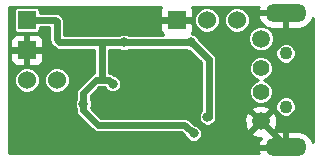
<source format=gbl>
G04 #@! TF.FileFunction,Copper,L2,Bot,Signal*
%FSLAX46Y46*%
G04 Gerber Fmt 4.6, Leading zero omitted, Abs format (unit mm)*
G04 Created by KiCad (PCBNEW 4.0.2+dfsg1-stable) date Thu 01 Sep 2016 08:28:52 AM JST*
%MOMM*%
G01*
G04 APERTURE LIST*
%ADD10C,0.150000*%
%ADD11R,1.524000X1.524000*%
%ADD12C,1.524000*%
%ADD13O,3.500120X1.501140*%
%ADD14C,1.399540*%
%ADD15C,1.518920*%
%ADD16C,1.099820*%
%ADD17C,0.800100*%
%ADD18C,0.599440*%
%ADD19C,0.248920*%
G04 APERTURE END LIST*
D10*
D11*
X-7112000Y5080000D03*
D12*
X-4572000Y5080000D03*
X-2032000Y5080000D03*
X-19812000Y0D03*
X-17272000Y0D03*
D11*
X-19812000Y5080000D03*
X-19812000Y2540000D03*
D13*
X2100580Y5699760D03*
X2100580Y-5699760D03*
D14*
X0Y-1000760D03*
X0Y1000760D03*
D15*
X0Y-3500120D03*
X0Y3500120D03*
D16*
X2100580Y-2250440D03*
X2100580Y2250440D03*
D17*
X-18046700Y-5727700D03*
X-7772400Y1397000D03*
X-7772400Y-635000D03*
X-9804400Y-635000D03*
X-9804400Y1397000D03*
X-6832600Y-4914900D03*
X-5918200Y3200400D03*
X-4521200Y-3149600D03*
X-15036800Y-2032000D03*
X-5689600Y-4521200D03*
X-11582400Y3200400D03*
X-12542520Y-325120D03*
D18*
X2100580Y-5699760D02*
X2100580Y-5600700D01*
X2100580Y-5600700D02*
X0Y-3500120D01*
X-15869920Y5080000D02*
X-16212820Y5422900D01*
X-7112000Y5080000D02*
X-15869920Y5080000D01*
X-990600Y-5727700D02*
X-18046700Y-5727700D01*
X-6832600Y-4914900D02*
X-6324600Y-5422900D01*
X-6324600Y-5422900D02*
X-3924300Y-5422900D01*
X-17399000Y5080000D02*
X-17297400Y4978400D01*
X-17297400Y4978400D02*
X-17297400Y3429000D01*
X-17297400Y3429000D02*
X-17068800Y3200400D01*
X-13512800Y3200400D02*
X-5918200Y3200400D01*
X-13335000Y3200400D02*
X-13512800Y3200400D01*
X-17068800Y3200400D02*
X-13335000Y3200400D01*
X-19812000Y5080000D02*
X-17399000Y5080000D01*
X-4521200Y-3149600D02*
X-4419600Y-3098800D01*
X-4419600Y-3098800D02*
X-4419600Y1778000D01*
X-4419600Y1778000D02*
X-5918200Y3200400D01*
X-6502400Y-3810000D02*
X-13792200Y-3810000D01*
X-13792200Y-3810000D02*
X-15036800Y-2565400D01*
X-15036800Y-2565400D02*
X-15036800Y-2032000D01*
X-5689600Y-4521200D02*
X-6502400Y-3810000D01*
X-15036800Y-1092200D02*
X-13944600Y0D01*
X-13944600Y0D02*
X-13472160Y0D01*
X-15036800Y-2032000D02*
X-15036800Y-1092200D01*
X-13487400Y2971800D02*
X-13487400Y3200400D01*
X-13487400Y127000D02*
X-13487400Y2971800D01*
X-13487400Y127000D02*
X-13472160Y0D01*
X-11582400Y3200400D02*
X-13487400Y3200400D01*
X-12867640Y0D02*
X-13472160Y0D01*
X-12542520Y-325120D02*
X-12867640Y0D01*
D19*
G36*
X-8506460Y5967804D02*
X-8506460Y5367655D01*
X-8348345Y5209540D01*
X-7241540Y5209540D01*
X-7241540Y5229540D01*
X-6982460Y5229540D01*
X-6982460Y5209540D01*
X-5875655Y5209540D01*
X-5717540Y5367655D01*
X-5717540Y5967804D01*
X-5812198Y6196330D01*
X-179203Y6196330D01*
X-226235Y6109343D01*
X-238643Y6043108D01*
X-116956Y5829300D01*
X1971040Y5829300D01*
X1971040Y5849300D01*
X2230120Y5849300D01*
X2230120Y5829300D01*
X2250120Y5829300D01*
X2250120Y5570220D01*
X2230120Y5570220D01*
X2230120Y4316730D01*
X3229610Y4316730D01*
X3749012Y4471580D01*
X4169618Y4813409D01*
X4425950Y5287504D01*
X4425950Y-5287504D01*
X4169618Y-4813409D01*
X3749012Y-4471580D01*
X3229610Y-4316730D01*
X2230120Y-4316730D01*
X2230120Y-5570220D01*
X2250120Y-5570220D01*
X2250120Y-5829300D01*
X2230120Y-5829300D01*
X2230120Y-5849300D01*
X1971040Y-5849300D01*
X1971040Y-5829300D01*
X-116956Y-5829300D01*
X-238643Y-6043108D01*
X-226235Y-6109343D01*
X-175083Y-6203950D01*
X-21309330Y-6203950D01*
X-21309330Y-215293D01*
X-20899308Y-215293D01*
X-20734153Y-615000D01*
X-20428608Y-921078D01*
X-20029190Y-1086931D01*
X-19596707Y-1087308D01*
X-19197000Y-922153D01*
X-18890922Y-616608D01*
X-18725069Y-217190D01*
X-18725068Y-215293D01*
X-18359308Y-215293D01*
X-18194153Y-615000D01*
X-17888608Y-921078D01*
X-17489190Y-1086931D01*
X-17056707Y-1087308D01*
X-16657000Y-922153D01*
X-16350922Y-616608D01*
X-16185069Y-217190D01*
X-16184692Y215293D01*
X-16349847Y615000D01*
X-16655392Y921078D01*
X-17054810Y1086931D01*
X-17487293Y1087308D01*
X-17887000Y922153D01*
X-18193078Y616608D01*
X-18358931Y217190D01*
X-18359308Y-215293D01*
X-18725068Y-215293D01*
X-18724692Y215293D01*
X-18889847Y615000D01*
X-19195392Y921078D01*
X-19594810Y1086931D01*
X-20027293Y1087308D01*
X-20427000Y922153D01*
X-20733078Y616608D01*
X-20898931Y217190D01*
X-20899308Y-215293D01*
X-21309330Y-215293D01*
X-21309330Y2252345D01*
X-21206460Y2252345D01*
X-21206460Y1652196D01*
X-21110174Y1419740D01*
X-20932260Y1241826D01*
X-20699804Y1145540D01*
X-20099655Y1145540D01*
X-19941540Y1303655D01*
X-19941540Y2410460D01*
X-19682460Y2410460D01*
X-19682460Y1303655D01*
X-19524345Y1145540D01*
X-18924196Y1145540D01*
X-18691740Y1241826D01*
X-18513826Y1419740D01*
X-18417540Y1652196D01*
X-18417540Y2252345D01*
X-18575655Y2410460D01*
X-19682460Y2410460D01*
X-19941540Y2410460D01*
X-21048345Y2410460D01*
X-21206460Y2252345D01*
X-21309330Y2252345D01*
X-21309330Y3427804D01*
X-21206460Y3427804D01*
X-21206460Y2827655D01*
X-21048345Y2669540D01*
X-19941540Y2669540D01*
X-19941540Y3776345D01*
X-19682460Y3776345D01*
X-19682460Y2669540D01*
X-18575655Y2669540D01*
X-18417540Y2827655D01*
X-18417540Y3427804D01*
X-18513826Y3660260D01*
X-18691740Y3838174D01*
X-18924196Y3934460D01*
X-19524345Y3934460D01*
X-19682460Y3776345D01*
X-19941540Y3776345D01*
X-20099655Y3934460D01*
X-20699804Y3934460D01*
X-20932260Y3838174D01*
X-21110174Y3660260D01*
X-21206460Y3427804D01*
X-21309330Y3427804D01*
X-21309330Y5842000D01*
X-20905489Y5842000D01*
X-20905489Y4318000D01*
X-20882819Y4197518D01*
X-20811614Y4086862D01*
X-20702968Y4012628D01*
X-20574000Y3986511D01*
X-19050000Y3986511D01*
X-18929518Y4009181D01*
X-18818862Y4080386D01*
X-18744628Y4189032D01*
X-18718511Y4318000D01*
X-18718511Y4455160D01*
X-17922240Y4455160D01*
X-17922240Y3429005D01*
X-17922241Y3429000D01*
X-17874677Y3189884D01*
X-17739229Y2987171D01*
X-17510631Y2758574D01*
X-17510629Y2758571D01*
X-17377384Y2669540D01*
X-17307916Y2623123D01*
X-17068800Y2575560D01*
X-14112240Y2575560D01*
X-14112240Y591495D01*
X-14183716Y577277D01*
X-14386429Y441829D01*
X-15478629Y-650371D01*
X-15614077Y-853084D01*
X-15661641Y-1092200D01*
X-15661640Y-1092205D01*
X-15661640Y-1645804D01*
X-15761844Y-1887122D01*
X-15762096Y-2175612D01*
X-15661640Y-2418734D01*
X-15661640Y-2565395D01*
X-15661641Y-2565400D01*
X-15614077Y-2804516D01*
X-15478629Y-3007229D01*
X-14234031Y-4251826D01*
X-14234029Y-4251829D01*
X-14136897Y-4316730D01*
X-14031316Y-4387277D01*
X-13792200Y-4434840D01*
X-6737174Y-4434840D01*
X-6381229Y-4746292D01*
X-6304728Y-4931439D01*
X-6100912Y-5135611D01*
X-5834478Y-5246244D01*
X-5545988Y-5246496D01*
X-5279361Y-5136328D01*
X-5075189Y-4932512D01*
X-4964556Y-4666078D01*
X-4964393Y-4478715D01*
X-795398Y-4478715D01*
X-725896Y-4719618D01*
X-203959Y-4904577D01*
X-12344Y-4894578D01*
X-226235Y-5290177D01*
X-238643Y-5356412D01*
X-116956Y-5570220D01*
X1971040Y-5570220D01*
X1971040Y-4316730D01*
X999810Y-4316730D01*
X978597Y-4295517D01*
X1219498Y-4226016D01*
X1404457Y-3704079D01*
X1375601Y-3151091D01*
X1219498Y-2774224D01*
X978595Y-2704722D01*
X183197Y-3500120D01*
X197340Y-3514263D01*
X14143Y-3697460D01*
X0Y-3683317D01*
X-795398Y-4478715D01*
X-4964393Y-4478715D01*
X-4964304Y-4377588D01*
X-5074472Y-4110961D01*
X-5278288Y-3906789D01*
X-5544722Y-3796156D01*
X-5569369Y-3796134D01*
X-6090940Y-3339760D01*
X-6178888Y-3289114D01*
X-6263284Y-3232723D01*
X-6283953Y-3228612D01*
X-6302214Y-3218096D01*
X-6402859Y-3204960D01*
X-6502400Y-3185160D01*
X-13533383Y-3185160D01*
X-14379212Y-2339330D01*
X-14311756Y-2176878D01*
X-14311504Y-1888388D01*
X-14411960Y-1645266D01*
X-14411960Y-1351018D01*
X-13685782Y-624840D01*
X-13203314Y-624840D01*
X-13157648Y-735359D01*
X-12953832Y-939531D01*
X-12687398Y-1050164D01*
X-12398908Y-1050416D01*
X-12132281Y-940248D01*
X-11928109Y-736432D01*
X-11817476Y-469998D01*
X-11817224Y-181508D01*
X-11927392Y85119D01*
X-12131208Y289291D01*
X-12374152Y390170D01*
X-12425811Y441829D01*
X-12628524Y577277D01*
X-12862560Y623831D01*
X-12862560Y2575560D01*
X-11968596Y2575560D01*
X-11727278Y2475356D01*
X-11438788Y2475104D01*
X-11195666Y2575560D01*
X-6304396Y2575560D01*
X-6063078Y2475356D01*
X-6061948Y2475355D01*
X-5044440Y1509584D01*
X-5044440Y-2647276D01*
X-5135611Y-2738288D01*
X-5246244Y-3004722D01*
X-5246496Y-3293212D01*
X-5136328Y-3559839D01*
X-4932512Y-3764011D01*
X-4666078Y-3874644D01*
X-4377588Y-3874896D01*
X-4110961Y-3764728D01*
X-3906789Y-3560912D01*
X-3796855Y-3296161D01*
X-1404457Y-3296161D01*
X-1375601Y-3849149D01*
X-1219498Y-4226016D01*
X-978595Y-4295518D01*
X-183197Y-3500120D01*
X-978595Y-2704722D01*
X-1219498Y-2774224D01*
X-1404457Y-3296161D01*
X-3796855Y-3296161D01*
X-3796156Y-3294478D01*
X-3795990Y-3104986D01*
X-3794760Y-3098800D01*
X-3794760Y-2521525D01*
X-795398Y-2521525D01*
X0Y-3316923D01*
X795398Y-2521525D01*
X767184Y-2423731D01*
X1225398Y-2423731D01*
X1358333Y-2745457D01*
X1604268Y-2991822D01*
X1925762Y-3125318D01*
X2273871Y-3125622D01*
X2595597Y-2992687D01*
X2841962Y-2746752D01*
X2975458Y-2425258D01*
X2975762Y-2077149D01*
X2842827Y-1755423D01*
X2596892Y-1509058D01*
X2275398Y-1375562D01*
X1927289Y-1375258D01*
X1605563Y-1508193D01*
X1359198Y-1754128D01*
X1225702Y-2075622D01*
X1225398Y-2423731D01*
X767184Y-2423731D01*
X725896Y-2280622D01*
X203959Y-2095663D01*
X-349029Y-2124519D01*
X-725896Y-2280622D01*
X-795398Y-2521525D01*
X-3794760Y-2521525D01*
X-3794760Y797791D01*
X-1025068Y797791D01*
X-869366Y420965D01*
X-581312Y132407D01*
X-262120Y-133D01*
X-579795Y-131394D01*
X-868353Y-419448D01*
X-1024712Y-796002D01*
X-1025068Y-1203729D01*
X-869366Y-1580555D01*
X-581312Y-1869113D01*
X-204758Y-2025472D01*
X202969Y-2025828D01*
X579795Y-1870126D01*
X868353Y-1582072D01*
X1024712Y-1205518D01*
X1025068Y-797791D01*
X869366Y-420965D01*
X581312Y-132407D01*
X262120Y133D01*
X579795Y131394D01*
X868353Y419448D01*
X1024712Y796002D01*
X1025068Y1203729D01*
X869366Y1580555D01*
X581312Y1869113D01*
X204758Y2025472D01*
X-202969Y2025828D01*
X-579795Y1870126D01*
X-868353Y1582072D01*
X-1024712Y1205518D01*
X-1025068Y797791D01*
X-3794760Y797791D01*
X-3794760Y1778000D01*
X-3796376Y1786126D01*
X-3794972Y1794294D01*
X-3820102Y1905404D01*
X-3842323Y2017116D01*
X-3846927Y2024006D01*
X-3848755Y2032089D01*
X-3880593Y2077149D01*
X1225398Y2077149D01*
X1358333Y1755423D01*
X1604268Y1509058D01*
X1925762Y1375562D01*
X2273871Y1375258D01*
X2595597Y1508193D01*
X2841962Y1754128D01*
X2975458Y2075622D01*
X2975762Y2423731D01*
X2842827Y2745457D01*
X2596892Y2991822D01*
X2275398Y3125318D01*
X1927289Y3125622D01*
X1605563Y2992687D01*
X1359198Y2746752D01*
X1225702Y2425258D01*
X1225398Y2077149D01*
X-3880593Y2077149D01*
X-3914485Y2125114D01*
X-3977771Y2219829D01*
X-3984662Y2224433D01*
X-3989443Y2231200D01*
X-5100045Y3285330D01*
X-1084768Y3285330D01*
X-919998Y2886557D01*
X-615167Y2581194D01*
X-216683Y2415729D01*
X214790Y2415352D01*
X613563Y2580122D01*
X918926Y2884953D01*
X1084391Y3283437D01*
X1084768Y3714910D01*
X919998Y4113683D01*
X615167Y4419046D01*
X581582Y4432992D01*
X971550Y4316730D01*
X1971040Y4316730D01*
X1971040Y5570220D01*
X-116956Y5570220D01*
X-238643Y5356412D01*
X-226235Y5290177D01*
X31542Y4813409D01*
X414013Y4502572D01*
X216683Y4584511D01*
X-214790Y4584888D01*
X-613563Y4420118D01*
X-918926Y4115287D01*
X-1084391Y3716803D01*
X-1084768Y3285330D01*
X-5100045Y3285330D01*
X-5212928Y3392473D01*
X-5303072Y3610639D01*
X-5506888Y3814811D01*
X-5773322Y3925444D01*
X-5848057Y3925509D01*
X-5813826Y3959740D01*
X-5717540Y4192196D01*
X-5717540Y4792345D01*
X-5789902Y4864707D01*
X-5659308Y4864707D01*
X-5494153Y4465000D01*
X-5188608Y4158922D01*
X-4789190Y3993069D01*
X-4356707Y3992692D01*
X-3957000Y4157847D01*
X-3650922Y4463392D01*
X-3485069Y4862810D01*
X-3485068Y4864707D01*
X-3119308Y4864707D01*
X-2954153Y4465000D01*
X-2648608Y4158922D01*
X-2249190Y3993069D01*
X-1816707Y3992692D01*
X-1417000Y4157847D01*
X-1110922Y4463392D01*
X-945069Y4862810D01*
X-944692Y5295293D01*
X-1109847Y5695000D01*
X-1415392Y6001078D01*
X-1814810Y6166931D01*
X-2247293Y6167308D01*
X-2647000Y6002153D01*
X-2953078Y5696608D01*
X-3118931Y5297190D01*
X-3119308Y4864707D01*
X-3485068Y4864707D01*
X-3484692Y5295293D01*
X-3649847Y5695000D01*
X-3955392Y6001078D01*
X-4354810Y6166931D01*
X-4787293Y6167308D01*
X-5187000Y6002153D01*
X-5493078Y5696608D01*
X-5658931Y5297190D01*
X-5659308Y4864707D01*
X-5789902Y4864707D01*
X-5875655Y4950460D01*
X-6982460Y4950460D01*
X-6982460Y4930460D01*
X-7241540Y4930460D01*
X-7241540Y4950460D01*
X-8348345Y4950460D01*
X-8506460Y4792345D01*
X-8506460Y4192196D01*
X-8410174Y3959740D01*
X-8275674Y3825240D01*
X-11196204Y3825240D01*
X-11437522Y3925444D01*
X-11726012Y3925696D01*
X-11969134Y3825240D01*
X-16672560Y3825240D01*
X-16672560Y4978400D01*
X-16720123Y5217516D01*
X-16855571Y5420229D01*
X-16957171Y5521829D01*
X-17159884Y5657277D01*
X-17399000Y5704841D01*
X-17399005Y5704840D01*
X-18718511Y5704840D01*
X-18718511Y5842000D01*
X-18741181Y5962482D01*
X-18812386Y6073138D01*
X-18921032Y6147372D01*
X-19050000Y6173489D01*
X-20574000Y6173489D01*
X-20694482Y6150819D01*
X-20805138Y6079614D01*
X-20879372Y5970968D01*
X-20905489Y5842000D01*
X-21309330Y5842000D01*
X-21309330Y6196330D01*
X-8411802Y6196330D01*
X-8506460Y5967804D01*
X-8506460Y5967804D01*
G37*
X-8506460Y5967804D02*
X-8506460Y5367655D01*
X-8348345Y5209540D01*
X-7241540Y5209540D01*
X-7241540Y5229540D01*
X-6982460Y5229540D01*
X-6982460Y5209540D01*
X-5875655Y5209540D01*
X-5717540Y5367655D01*
X-5717540Y5967804D01*
X-5812198Y6196330D01*
X-179203Y6196330D01*
X-226235Y6109343D01*
X-238643Y6043108D01*
X-116956Y5829300D01*
X1971040Y5829300D01*
X1971040Y5849300D01*
X2230120Y5849300D01*
X2230120Y5829300D01*
X2250120Y5829300D01*
X2250120Y5570220D01*
X2230120Y5570220D01*
X2230120Y4316730D01*
X3229610Y4316730D01*
X3749012Y4471580D01*
X4169618Y4813409D01*
X4425950Y5287504D01*
X4425950Y-5287504D01*
X4169618Y-4813409D01*
X3749012Y-4471580D01*
X3229610Y-4316730D01*
X2230120Y-4316730D01*
X2230120Y-5570220D01*
X2250120Y-5570220D01*
X2250120Y-5829300D01*
X2230120Y-5829300D01*
X2230120Y-5849300D01*
X1971040Y-5849300D01*
X1971040Y-5829300D01*
X-116956Y-5829300D01*
X-238643Y-6043108D01*
X-226235Y-6109343D01*
X-175083Y-6203950D01*
X-21309330Y-6203950D01*
X-21309330Y-215293D01*
X-20899308Y-215293D01*
X-20734153Y-615000D01*
X-20428608Y-921078D01*
X-20029190Y-1086931D01*
X-19596707Y-1087308D01*
X-19197000Y-922153D01*
X-18890922Y-616608D01*
X-18725069Y-217190D01*
X-18725068Y-215293D01*
X-18359308Y-215293D01*
X-18194153Y-615000D01*
X-17888608Y-921078D01*
X-17489190Y-1086931D01*
X-17056707Y-1087308D01*
X-16657000Y-922153D01*
X-16350922Y-616608D01*
X-16185069Y-217190D01*
X-16184692Y215293D01*
X-16349847Y615000D01*
X-16655392Y921078D01*
X-17054810Y1086931D01*
X-17487293Y1087308D01*
X-17887000Y922153D01*
X-18193078Y616608D01*
X-18358931Y217190D01*
X-18359308Y-215293D01*
X-18725068Y-215293D01*
X-18724692Y215293D01*
X-18889847Y615000D01*
X-19195392Y921078D01*
X-19594810Y1086931D01*
X-20027293Y1087308D01*
X-20427000Y922153D01*
X-20733078Y616608D01*
X-20898931Y217190D01*
X-20899308Y-215293D01*
X-21309330Y-215293D01*
X-21309330Y2252345D01*
X-21206460Y2252345D01*
X-21206460Y1652196D01*
X-21110174Y1419740D01*
X-20932260Y1241826D01*
X-20699804Y1145540D01*
X-20099655Y1145540D01*
X-19941540Y1303655D01*
X-19941540Y2410460D01*
X-19682460Y2410460D01*
X-19682460Y1303655D01*
X-19524345Y1145540D01*
X-18924196Y1145540D01*
X-18691740Y1241826D01*
X-18513826Y1419740D01*
X-18417540Y1652196D01*
X-18417540Y2252345D01*
X-18575655Y2410460D01*
X-19682460Y2410460D01*
X-19941540Y2410460D01*
X-21048345Y2410460D01*
X-21206460Y2252345D01*
X-21309330Y2252345D01*
X-21309330Y3427804D01*
X-21206460Y3427804D01*
X-21206460Y2827655D01*
X-21048345Y2669540D01*
X-19941540Y2669540D01*
X-19941540Y3776345D01*
X-19682460Y3776345D01*
X-19682460Y2669540D01*
X-18575655Y2669540D01*
X-18417540Y2827655D01*
X-18417540Y3427804D01*
X-18513826Y3660260D01*
X-18691740Y3838174D01*
X-18924196Y3934460D01*
X-19524345Y3934460D01*
X-19682460Y3776345D01*
X-19941540Y3776345D01*
X-20099655Y3934460D01*
X-20699804Y3934460D01*
X-20932260Y3838174D01*
X-21110174Y3660260D01*
X-21206460Y3427804D01*
X-21309330Y3427804D01*
X-21309330Y5842000D01*
X-20905489Y5842000D01*
X-20905489Y4318000D01*
X-20882819Y4197518D01*
X-20811614Y4086862D01*
X-20702968Y4012628D01*
X-20574000Y3986511D01*
X-19050000Y3986511D01*
X-18929518Y4009181D01*
X-18818862Y4080386D01*
X-18744628Y4189032D01*
X-18718511Y4318000D01*
X-18718511Y4455160D01*
X-17922240Y4455160D01*
X-17922240Y3429005D01*
X-17922241Y3429000D01*
X-17874677Y3189884D01*
X-17739229Y2987171D01*
X-17510631Y2758574D01*
X-17510629Y2758571D01*
X-17377384Y2669540D01*
X-17307916Y2623123D01*
X-17068800Y2575560D01*
X-14112240Y2575560D01*
X-14112240Y591495D01*
X-14183716Y577277D01*
X-14386429Y441829D01*
X-15478629Y-650371D01*
X-15614077Y-853084D01*
X-15661641Y-1092200D01*
X-15661640Y-1092205D01*
X-15661640Y-1645804D01*
X-15761844Y-1887122D01*
X-15762096Y-2175612D01*
X-15661640Y-2418734D01*
X-15661640Y-2565395D01*
X-15661641Y-2565400D01*
X-15614077Y-2804516D01*
X-15478629Y-3007229D01*
X-14234031Y-4251826D01*
X-14234029Y-4251829D01*
X-14136897Y-4316730D01*
X-14031316Y-4387277D01*
X-13792200Y-4434840D01*
X-6737174Y-4434840D01*
X-6381229Y-4746292D01*
X-6304728Y-4931439D01*
X-6100912Y-5135611D01*
X-5834478Y-5246244D01*
X-5545988Y-5246496D01*
X-5279361Y-5136328D01*
X-5075189Y-4932512D01*
X-4964556Y-4666078D01*
X-4964393Y-4478715D01*
X-795398Y-4478715D01*
X-725896Y-4719618D01*
X-203959Y-4904577D01*
X-12344Y-4894578D01*
X-226235Y-5290177D01*
X-238643Y-5356412D01*
X-116956Y-5570220D01*
X1971040Y-5570220D01*
X1971040Y-4316730D01*
X999810Y-4316730D01*
X978597Y-4295517D01*
X1219498Y-4226016D01*
X1404457Y-3704079D01*
X1375601Y-3151091D01*
X1219498Y-2774224D01*
X978595Y-2704722D01*
X183197Y-3500120D01*
X197340Y-3514263D01*
X14143Y-3697460D01*
X0Y-3683317D01*
X-795398Y-4478715D01*
X-4964393Y-4478715D01*
X-4964304Y-4377588D01*
X-5074472Y-4110961D01*
X-5278288Y-3906789D01*
X-5544722Y-3796156D01*
X-5569369Y-3796134D01*
X-6090940Y-3339760D01*
X-6178888Y-3289114D01*
X-6263284Y-3232723D01*
X-6283953Y-3228612D01*
X-6302214Y-3218096D01*
X-6402859Y-3204960D01*
X-6502400Y-3185160D01*
X-13533383Y-3185160D01*
X-14379212Y-2339330D01*
X-14311756Y-2176878D01*
X-14311504Y-1888388D01*
X-14411960Y-1645266D01*
X-14411960Y-1351018D01*
X-13685782Y-624840D01*
X-13203314Y-624840D01*
X-13157648Y-735359D01*
X-12953832Y-939531D01*
X-12687398Y-1050164D01*
X-12398908Y-1050416D01*
X-12132281Y-940248D01*
X-11928109Y-736432D01*
X-11817476Y-469998D01*
X-11817224Y-181508D01*
X-11927392Y85119D01*
X-12131208Y289291D01*
X-12374152Y390170D01*
X-12425811Y441829D01*
X-12628524Y577277D01*
X-12862560Y623831D01*
X-12862560Y2575560D01*
X-11968596Y2575560D01*
X-11727278Y2475356D01*
X-11438788Y2475104D01*
X-11195666Y2575560D01*
X-6304396Y2575560D01*
X-6063078Y2475356D01*
X-6061948Y2475355D01*
X-5044440Y1509584D01*
X-5044440Y-2647276D01*
X-5135611Y-2738288D01*
X-5246244Y-3004722D01*
X-5246496Y-3293212D01*
X-5136328Y-3559839D01*
X-4932512Y-3764011D01*
X-4666078Y-3874644D01*
X-4377588Y-3874896D01*
X-4110961Y-3764728D01*
X-3906789Y-3560912D01*
X-3796855Y-3296161D01*
X-1404457Y-3296161D01*
X-1375601Y-3849149D01*
X-1219498Y-4226016D01*
X-978595Y-4295518D01*
X-183197Y-3500120D01*
X-978595Y-2704722D01*
X-1219498Y-2774224D01*
X-1404457Y-3296161D01*
X-3796855Y-3296161D01*
X-3796156Y-3294478D01*
X-3795990Y-3104986D01*
X-3794760Y-3098800D01*
X-3794760Y-2521525D01*
X-795398Y-2521525D01*
X0Y-3316923D01*
X795398Y-2521525D01*
X767184Y-2423731D01*
X1225398Y-2423731D01*
X1358333Y-2745457D01*
X1604268Y-2991822D01*
X1925762Y-3125318D01*
X2273871Y-3125622D01*
X2595597Y-2992687D01*
X2841962Y-2746752D01*
X2975458Y-2425258D01*
X2975762Y-2077149D01*
X2842827Y-1755423D01*
X2596892Y-1509058D01*
X2275398Y-1375562D01*
X1927289Y-1375258D01*
X1605563Y-1508193D01*
X1359198Y-1754128D01*
X1225702Y-2075622D01*
X1225398Y-2423731D01*
X767184Y-2423731D01*
X725896Y-2280622D01*
X203959Y-2095663D01*
X-349029Y-2124519D01*
X-725896Y-2280622D01*
X-795398Y-2521525D01*
X-3794760Y-2521525D01*
X-3794760Y797791D01*
X-1025068Y797791D01*
X-869366Y420965D01*
X-581312Y132407D01*
X-262120Y-133D01*
X-579795Y-131394D01*
X-868353Y-419448D01*
X-1024712Y-796002D01*
X-1025068Y-1203729D01*
X-869366Y-1580555D01*
X-581312Y-1869113D01*
X-204758Y-2025472D01*
X202969Y-2025828D01*
X579795Y-1870126D01*
X868353Y-1582072D01*
X1024712Y-1205518D01*
X1025068Y-797791D01*
X869366Y-420965D01*
X581312Y-132407D01*
X262120Y133D01*
X579795Y131394D01*
X868353Y419448D01*
X1024712Y796002D01*
X1025068Y1203729D01*
X869366Y1580555D01*
X581312Y1869113D01*
X204758Y2025472D01*
X-202969Y2025828D01*
X-579795Y1870126D01*
X-868353Y1582072D01*
X-1024712Y1205518D01*
X-1025068Y797791D01*
X-3794760Y797791D01*
X-3794760Y1778000D01*
X-3796376Y1786126D01*
X-3794972Y1794294D01*
X-3820102Y1905404D01*
X-3842323Y2017116D01*
X-3846927Y2024006D01*
X-3848755Y2032089D01*
X-3880593Y2077149D01*
X1225398Y2077149D01*
X1358333Y1755423D01*
X1604268Y1509058D01*
X1925762Y1375562D01*
X2273871Y1375258D01*
X2595597Y1508193D01*
X2841962Y1754128D01*
X2975458Y2075622D01*
X2975762Y2423731D01*
X2842827Y2745457D01*
X2596892Y2991822D01*
X2275398Y3125318D01*
X1927289Y3125622D01*
X1605563Y2992687D01*
X1359198Y2746752D01*
X1225702Y2425258D01*
X1225398Y2077149D01*
X-3880593Y2077149D01*
X-3914485Y2125114D01*
X-3977771Y2219829D01*
X-3984662Y2224433D01*
X-3989443Y2231200D01*
X-5100045Y3285330D01*
X-1084768Y3285330D01*
X-919998Y2886557D01*
X-615167Y2581194D01*
X-216683Y2415729D01*
X214790Y2415352D01*
X613563Y2580122D01*
X918926Y2884953D01*
X1084391Y3283437D01*
X1084768Y3714910D01*
X919998Y4113683D01*
X615167Y4419046D01*
X581582Y4432992D01*
X971550Y4316730D01*
X1971040Y4316730D01*
X1971040Y5570220D01*
X-116956Y5570220D01*
X-238643Y5356412D01*
X-226235Y5290177D01*
X31542Y4813409D01*
X414013Y4502572D01*
X216683Y4584511D01*
X-214790Y4584888D01*
X-613563Y4420118D01*
X-918926Y4115287D01*
X-1084391Y3716803D01*
X-1084768Y3285330D01*
X-5100045Y3285330D01*
X-5212928Y3392473D01*
X-5303072Y3610639D01*
X-5506888Y3814811D01*
X-5773322Y3925444D01*
X-5848057Y3925509D01*
X-5813826Y3959740D01*
X-5717540Y4192196D01*
X-5717540Y4792345D01*
X-5789902Y4864707D01*
X-5659308Y4864707D01*
X-5494153Y4465000D01*
X-5188608Y4158922D01*
X-4789190Y3993069D01*
X-4356707Y3992692D01*
X-3957000Y4157847D01*
X-3650922Y4463392D01*
X-3485069Y4862810D01*
X-3485068Y4864707D01*
X-3119308Y4864707D01*
X-2954153Y4465000D01*
X-2648608Y4158922D01*
X-2249190Y3993069D01*
X-1816707Y3992692D01*
X-1417000Y4157847D01*
X-1110922Y4463392D01*
X-945069Y4862810D01*
X-944692Y5295293D01*
X-1109847Y5695000D01*
X-1415392Y6001078D01*
X-1814810Y6166931D01*
X-2247293Y6167308D01*
X-2647000Y6002153D01*
X-2953078Y5696608D01*
X-3118931Y5297190D01*
X-3119308Y4864707D01*
X-3485068Y4864707D01*
X-3484692Y5295293D01*
X-3649847Y5695000D01*
X-3955392Y6001078D01*
X-4354810Y6166931D01*
X-4787293Y6167308D01*
X-5187000Y6002153D01*
X-5493078Y5696608D01*
X-5658931Y5297190D01*
X-5659308Y4864707D01*
X-5789902Y4864707D01*
X-5875655Y4950460D01*
X-6982460Y4950460D01*
X-6982460Y4930460D01*
X-7241540Y4930460D01*
X-7241540Y4950460D01*
X-8348345Y4950460D01*
X-8506460Y4792345D01*
X-8506460Y4192196D01*
X-8410174Y3959740D01*
X-8275674Y3825240D01*
X-11196204Y3825240D01*
X-11437522Y3925444D01*
X-11726012Y3925696D01*
X-11969134Y3825240D01*
X-16672560Y3825240D01*
X-16672560Y4978400D01*
X-16720123Y5217516D01*
X-16855571Y5420229D01*
X-16957171Y5521829D01*
X-17159884Y5657277D01*
X-17399000Y5704841D01*
X-17399005Y5704840D01*
X-18718511Y5704840D01*
X-18718511Y5842000D01*
X-18741181Y5962482D01*
X-18812386Y6073138D01*
X-18921032Y6147372D01*
X-19050000Y6173489D01*
X-20574000Y6173489D01*
X-20694482Y6150819D01*
X-20805138Y6079614D01*
X-20879372Y5970968D01*
X-20905489Y5842000D01*
X-21309330Y5842000D01*
X-21309330Y6196330D01*
X-8411802Y6196330D01*
X-8506460Y5967804D01*
M02*

</source>
